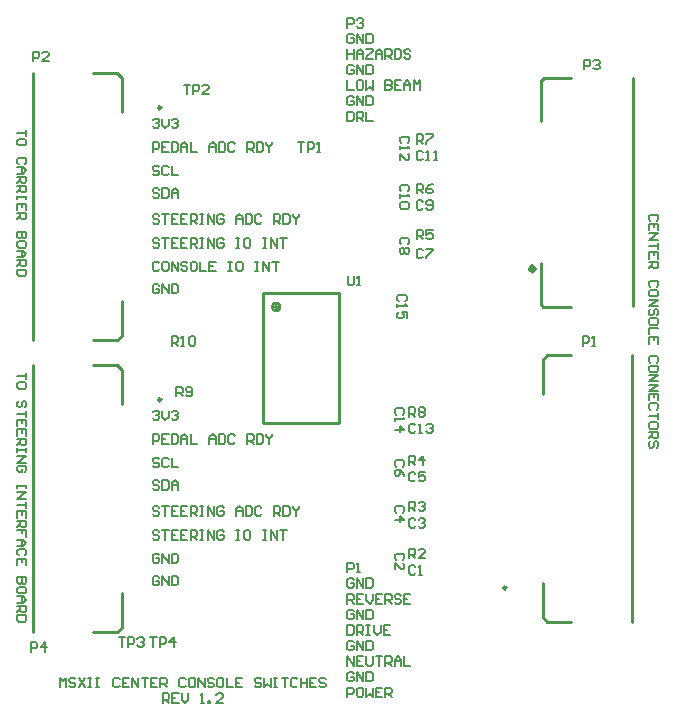
<source format=gto>
G04*
G04 #@! TF.GenerationSoftware,Altium Limited,Altium Designer,18.1.6 (161)*
G04*
G04 Layer_Color=65535*
%FSLAX25Y25*%
%MOIN*%
G70*
G01*
G75*
%ADD10C,0.01000*%
%ADD11C,0.01024*%
%ADD12C,0.01968*%
%ADD13C,0.00591*%
D10*
X100197Y136122D02*
G03*
X100197Y136122I-394J0D01*
G01*
X101124D02*
G03*
X101124Y136122I-1321J0D01*
G01*
X95276Y140847D02*
X120472D01*
X95276Y97342D02*
Y140847D01*
Y97342D02*
X120669D01*
Y140650D01*
X218346Y31103D02*
Y120080D01*
X188583Y107087D02*
Y118504D01*
X190157Y120079D01*
X198031D01*
X190157Y31102D02*
X198031D01*
X188583Y32677D02*
X190157Y31102D01*
X188583Y32677D02*
Y44094D01*
X218583Y136417D02*
Y212598D01*
X189055D02*
X197913D01*
X189055Y136221D02*
X197913D01*
X188071Y137008D02*
Y150787D01*
Y198031D02*
Y211811D01*
X188858Y136221D02*
X189055D01*
X188071Y137008D02*
X188858Y136221D01*
X188071Y211811D02*
X188268D01*
X189055Y212598D01*
X48327Y103642D02*
Y115059D01*
X46752Y116634D02*
X48327Y115059D01*
X38878Y116634D02*
X46752D01*
X38878Y27657D02*
X46752D01*
X48327Y29232D01*
Y40650D01*
X18564Y27657D02*
Y116633D01*
X48327Y200984D02*
Y212402D01*
X46752Y213976D02*
X48327Y212402D01*
X38878Y213976D02*
X46752D01*
X38878Y125000D02*
X46752D01*
X48327Y126575D01*
Y137992D01*
X18564Y124999D02*
Y213976D01*
D11*
X176496Y42520D02*
G03*
X176496Y42520I-512J0D01*
G01*
X61437Y105217D02*
G03*
X61437Y105217I-512J0D01*
G01*
X61437Y202559D02*
G03*
X61437Y202559I-512J0D01*
G01*
D12*
X185717Y148819D02*
G03*
X185717Y148819I-599J0D01*
G01*
D13*
X123551Y47667D02*
Y50816D01*
X125126D01*
X125650Y50291D01*
Y49241D01*
X125126Y48717D01*
X123551D01*
X126700Y47667D02*
X127749D01*
X127225D01*
Y50816D01*
X126700Y50291D01*
X125650Y45095D02*
X125126Y45620D01*
X124076D01*
X123551Y45095D01*
Y42996D01*
X124076Y42472D01*
X125126D01*
X125650Y42996D01*
Y44046D01*
X124601D01*
X126700Y42472D02*
Y45620D01*
X128799Y42472D01*
Y45620D01*
X129848D02*
Y42472D01*
X131423D01*
X131947Y42996D01*
Y45095D01*
X131423Y45620D01*
X129848D01*
X123551Y37276D02*
Y40424D01*
X125126D01*
X125650Y39900D01*
Y38850D01*
X125126Y38326D01*
X123551D01*
X124601D02*
X125650Y37276D01*
X128799Y40424D02*
X126700D01*
Y37276D01*
X128799D01*
X126700Y38850D02*
X127749D01*
X129848Y40424D02*
Y38326D01*
X130898Y37276D01*
X131947Y38326D01*
Y40424D01*
X135096D02*
X132997D01*
Y37276D01*
X135096D01*
X132997Y38850D02*
X134046D01*
X136146Y37276D02*
Y40424D01*
X137720D01*
X138245Y39900D01*
Y38850D01*
X137720Y38326D01*
X136146D01*
X137195D02*
X138245Y37276D01*
X141393Y39900D02*
X140868Y40424D01*
X139819D01*
X139294Y39900D01*
Y39375D01*
X139819Y38850D01*
X140868D01*
X141393Y38326D01*
Y37801D01*
X140868Y37276D01*
X139819D01*
X139294Y37801D01*
X144542Y40424D02*
X142443D01*
Y37276D01*
X144542D01*
X142443Y38850D02*
X143492D01*
X125650Y34704D02*
X125126Y35229D01*
X124076D01*
X123551Y34704D01*
Y32605D01*
X124076Y32080D01*
X125126D01*
X125650Y32605D01*
Y33655D01*
X124601D01*
X126700Y32080D02*
Y35229D01*
X128799Y32080D01*
Y35229D01*
X129848D02*
Y32080D01*
X131423D01*
X131947Y32605D01*
Y34704D01*
X131423Y35229D01*
X129848D01*
X123551Y30033D02*
Y26885D01*
X125126D01*
X125650Y27409D01*
Y29509D01*
X125126Y30033D01*
X123551D01*
X126700Y26885D02*
Y30033D01*
X128274D01*
X128799Y29509D01*
Y28459D01*
X128274Y27934D01*
X126700D01*
X127749D02*
X128799Y26885D01*
X129848Y30033D02*
X130898D01*
X130373D01*
Y26885D01*
X129848D01*
X130898D01*
X132472Y30033D02*
Y27934D01*
X133522Y26885D01*
X134571Y27934D01*
Y30033D01*
X137720D02*
X135621D01*
Y26885D01*
X137720D01*
X135621Y28459D02*
X136670D01*
X125650Y24313D02*
X125126Y24838D01*
X124076D01*
X123551Y24313D01*
Y22214D01*
X124076Y21689D01*
X125126D01*
X125650Y22214D01*
Y23264D01*
X124601D01*
X126700Y21689D02*
Y24838D01*
X128799Y21689D01*
Y24838D01*
X129848D02*
Y21689D01*
X131423D01*
X131947Y22214D01*
Y24313D01*
X131423Y24838D01*
X129848D01*
X123551Y16493D02*
Y19642D01*
X125650Y16493D01*
Y19642D01*
X128799D02*
X126700D01*
Y16493D01*
X128799D01*
X126700Y18068D02*
X127749D01*
X129848Y19642D02*
Y17018D01*
X130373Y16493D01*
X131423D01*
X131947Y17018D01*
Y19642D01*
X132997D02*
X135096D01*
X134046D01*
Y16493D01*
X136146D02*
Y19642D01*
X137720D01*
X138245Y19117D01*
Y18068D01*
X137720Y17543D01*
X136146D01*
X137195D02*
X138245Y16493D01*
X139294D02*
Y18593D01*
X140344Y19642D01*
X141393Y18593D01*
Y16493D01*
Y18068D01*
X139294D01*
X142443Y19642D02*
Y16493D01*
X144542D01*
X125650Y13922D02*
X125126Y14446D01*
X124076D01*
X123551Y13922D01*
Y11823D01*
X124076Y11298D01*
X125126D01*
X125650Y11823D01*
Y12872D01*
X124601D01*
X126700Y11298D02*
Y14446D01*
X128799Y11298D01*
Y14446D01*
X129848D02*
Y11298D01*
X131423D01*
X131947Y11823D01*
Y13922D01*
X131423Y14446D01*
X129848D01*
X123551Y6102D02*
Y9251D01*
X125126D01*
X125650Y8726D01*
Y7677D01*
X125126Y7152D01*
X123551D01*
X128274Y9251D02*
X127225D01*
X126700Y8726D01*
Y6627D01*
X127225Y6102D01*
X128274D01*
X128799Y6627D01*
Y8726D01*
X128274Y9251D01*
X129848D02*
Y6102D01*
X130898Y7152D01*
X131947Y6102D01*
Y9251D01*
X135096D02*
X132997D01*
Y6102D01*
X135096D01*
X132997Y7677D02*
X134046D01*
X136146Y6102D02*
Y9251D01*
X137720D01*
X138245Y8726D01*
Y7677D01*
X137720Y7152D01*
X136146D01*
X137195D02*
X138245Y6102D01*
X27624Y9329D02*
Y12478D01*
X28673Y11428D01*
X29723Y12478D01*
Y9329D01*
X32871Y11953D02*
X32347Y12478D01*
X31297D01*
X30772Y11953D01*
Y11428D01*
X31297Y10904D01*
X32347D01*
X32871Y10379D01*
Y9854D01*
X32347Y9329D01*
X31297D01*
X30772Y9854D01*
X33921Y12478D02*
X36020Y9329D01*
Y12478D02*
X33921Y9329D01*
X37070Y12478D02*
X38119D01*
X37594D01*
Y9329D01*
X37070D01*
X38119D01*
X39693Y12478D02*
X40743D01*
X40218D01*
Y9329D01*
X39693D01*
X40743D01*
X47565Y11953D02*
X47040Y12478D01*
X45991D01*
X45466Y11953D01*
Y9854D01*
X45991Y9329D01*
X47040D01*
X47565Y9854D01*
X50713Y12478D02*
X48614D01*
Y9329D01*
X50713D01*
X48614Y10904D02*
X49664D01*
X51763Y9329D02*
Y12478D01*
X53862Y9329D01*
Y12478D01*
X54912D02*
X57011D01*
X55961D01*
Y9329D01*
X60159Y12478D02*
X58060D01*
Y9329D01*
X60159D01*
X58060Y10904D02*
X59110D01*
X61209Y9329D02*
Y12478D01*
X62783D01*
X63308Y11953D01*
Y10904D01*
X62783Y10379D01*
X61209D01*
X62258D02*
X63308Y9329D01*
X69605Y11953D02*
X69080Y12478D01*
X68031D01*
X67506Y11953D01*
Y9854D01*
X68031Y9329D01*
X69080D01*
X69605Y9854D01*
X72229Y12478D02*
X71179D01*
X70654Y11953D01*
Y9854D01*
X71179Y9329D01*
X72229D01*
X72754Y9854D01*
Y11953D01*
X72229Y12478D01*
X73803Y9329D02*
Y12478D01*
X75902Y9329D01*
Y12478D01*
X79051Y11953D02*
X78526Y12478D01*
X77477D01*
X76952Y11953D01*
Y11428D01*
X77477Y10904D01*
X78526D01*
X79051Y10379D01*
Y9854D01*
X78526Y9329D01*
X77477D01*
X76952Y9854D01*
X81675Y12478D02*
X80625D01*
X80100Y11953D01*
Y9854D01*
X80625Y9329D01*
X81675D01*
X82199Y9854D01*
Y11953D01*
X81675Y12478D01*
X83249D02*
Y9329D01*
X85348D01*
X88497Y12478D02*
X86397D01*
Y9329D01*
X88497D01*
X86397Y10904D02*
X87447D01*
X94794Y11953D02*
X94269Y12478D01*
X93219D01*
X92695Y11953D01*
Y11428D01*
X93219Y10904D01*
X94269D01*
X94794Y10379D01*
Y9854D01*
X94269Y9329D01*
X93219D01*
X92695Y9854D01*
X95843Y12478D02*
Y9329D01*
X96893Y10379D01*
X97942Y9329D01*
Y12478D01*
X98992D02*
X100041D01*
X99517D01*
Y9329D01*
X98992D01*
X100041D01*
X101616Y12478D02*
X103715D01*
X102665D01*
Y9329D01*
X106863Y11953D02*
X106339Y12478D01*
X105289D01*
X104764Y11953D01*
Y9854D01*
X105289Y9329D01*
X106339D01*
X106863Y9854D01*
X107913Y12478D02*
Y9329D01*
Y10904D01*
X110012D01*
Y12478D01*
Y9329D01*
X113161Y12478D02*
X111062D01*
Y9329D01*
X113161D01*
X111062Y10904D02*
X112111D01*
X116309Y11953D02*
X115784Y12478D01*
X114735D01*
X114210Y11953D01*
Y11428D01*
X114735Y10904D01*
X115784D01*
X116309Y10379D01*
Y9854D01*
X115784Y9329D01*
X114735D01*
X114210Y9854D01*
X61996Y4134D02*
Y7282D01*
X63570D01*
X64095Y6758D01*
Y5708D01*
X63570Y5183D01*
X61996D01*
X63046D02*
X64095Y4134D01*
X67244Y7282D02*
X65144D01*
Y4134D01*
X67244D01*
X65144Y5708D02*
X66194D01*
X68293Y7282D02*
Y5183D01*
X69343Y4134D01*
X70392Y5183D01*
Y7282D01*
X74590Y4134D02*
X75640D01*
X75115D01*
Y7282D01*
X74590Y6758D01*
X77214Y4134D02*
Y4659D01*
X77739D01*
Y4134D01*
X77214D01*
X81937D02*
X79838D01*
X81937Y6233D01*
Y6758D01*
X81412Y7282D01*
X80363D01*
X79838Y6758D01*
X123551Y229264D02*
Y232412D01*
X125126D01*
X125650Y231887D01*
Y230838D01*
X125126Y230313D01*
X123551D01*
X126700Y231887D02*
X127225Y232412D01*
X128274D01*
X128799Y231887D01*
Y231363D01*
X128274Y230838D01*
X127749D01*
X128274D01*
X128799Y230313D01*
Y229788D01*
X128274Y229264D01*
X127225D01*
X126700Y229788D01*
X125650Y226692D02*
X125126Y227217D01*
X124076D01*
X123551Y226692D01*
Y224593D01*
X124076Y224068D01*
X125126D01*
X125650Y224593D01*
Y225642D01*
X124601D01*
X126700Y224068D02*
Y227217D01*
X128799Y224068D01*
Y227217D01*
X129848D02*
Y224068D01*
X131423D01*
X131947Y224593D01*
Y226692D01*
X131423Y227217D01*
X129848D01*
X123551Y222021D02*
Y218872D01*
Y220447D01*
X125650D01*
Y222021D01*
Y218872D01*
X126700D02*
Y220971D01*
X127749Y222021D01*
X128799Y220971D01*
Y218872D01*
Y220447D01*
X126700D01*
X129848Y222021D02*
X131947D01*
Y221496D01*
X129848Y219397D01*
Y218872D01*
X131947D01*
X132997D02*
Y220971D01*
X134046Y222021D01*
X135096Y220971D01*
Y218872D01*
Y220447D01*
X132997D01*
X136146Y218872D02*
Y222021D01*
X137720D01*
X138245Y221496D01*
Y220447D01*
X137720Y219922D01*
X136146D01*
X137195D02*
X138245Y218872D01*
X139294Y222021D02*
Y218872D01*
X140868D01*
X141393Y219397D01*
Y221496D01*
X140868Y222021D01*
X139294D01*
X144542Y221496D02*
X144017Y222021D01*
X142967D01*
X142443Y221496D01*
Y220971D01*
X142967Y220447D01*
X144017D01*
X144542Y219922D01*
Y219397D01*
X144017Y218872D01*
X142967D01*
X142443Y219397D01*
X125650Y216301D02*
X125126Y216825D01*
X124076D01*
X123551Y216301D01*
Y214201D01*
X124076Y213677D01*
X125126D01*
X125650Y214201D01*
Y215251D01*
X124601D01*
X126700Y213677D02*
Y216825D01*
X128799Y213677D01*
Y216825D01*
X129848D02*
Y213677D01*
X131423D01*
X131947Y214201D01*
Y216301D01*
X131423Y216825D01*
X129848D01*
X123551Y211630D02*
Y208481D01*
X125650D01*
X128274Y211630D02*
X127225D01*
X126700Y211105D01*
Y209006D01*
X127225Y208481D01*
X128274D01*
X128799Y209006D01*
Y211105D01*
X128274Y211630D01*
X129848D02*
Y208481D01*
X130898Y209531D01*
X131947Y208481D01*
Y211630D01*
X136146D02*
Y208481D01*
X137720D01*
X138245Y209006D01*
Y209531D01*
X137720Y210055D01*
X136146D01*
X137720D01*
X138245Y210580D01*
Y211105D01*
X137720Y211630D01*
X136146D01*
X141393D02*
X139294D01*
Y208481D01*
X141393D01*
X139294Y210055D02*
X140344D01*
X142443Y208481D02*
Y210580D01*
X143492Y211630D01*
X144542Y210580D01*
Y208481D01*
Y210055D01*
X142443D01*
X145591Y208481D02*
Y211630D01*
X146641Y210580D01*
X147690Y211630D01*
Y208481D01*
X125650Y205909D02*
X125126Y206434D01*
X124076D01*
X123551Y205909D01*
Y203810D01*
X124076Y203286D01*
X125126D01*
X125650Y203810D01*
Y204860D01*
X124601D01*
X126700Y203286D02*
Y206434D01*
X128799Y203286D01*
Y206434D01*
X129848D02*
Y203286D01*
X131423D01*
X131947Y203810D01*
Y205909D01*
X131423Y206434D01*
X129848D01*
X123551Y201239D02*
Y198090D01*
X125126D01*
X125650Y198615D01*
Y200714D01*
X125126Y201239D01*
X123551D01*
X126700Y198090D02*
Y201239D01*
X128274D01*
X128799Y200714D01*
Y199664D01*
X128274Y199139D01*
X126700D01*
X127749D02*
X128799Y198090D01*
X129848Y201239D02*
Y198090D01*
X131947D01*
X68898Y210235D02*
X70997D01*
X69947D01*
Y207087D01*
X72046D02*
Y210235D01*
X73620D01*
X74145Y209710D01*
Y208661D01*
X73620Y208136D01*
X72046D01*
X77294Y207087D02*
X75195D01*
X77294Y209186D01*
Y209710D01*
X76769Y210235D01*
X75720D01*
X75195Y209710D01*
X107087Y190968D02*
X109186D01*
X108136D01*
Y187819D01*
X110235D02*
Y190968D01*
X111810D01*
X112334Y190443D01*
Y189393D01*
X111810Y188868D01*
X110235D01*
X113384Y187819D02*
X114433D01*
X113909D01*
Y190968D01*
X113384Y190443D01*
X123622Y146456D02*
Y143832D01*
X124147Y143307D01*
X125196D01*
X125721Y143832D01*
Y146456D01*
X126771Y143307D02*
X127820D01*
X127295D01*
Y146456D01*
X126771Y145931D01*
X60760Y143273D02*
X60236Y143798D01*
X59186D01*
X58661Y143273D01*
Y141174D01*
X59186Y140650D01*
X60236D01*
X60760Y141174D01*
Y142224D01*
X59711D01*
X61810Y140650D02*
Y143798D01*
X63909Y140650D01*
Y143798D01*
X64959D02*
Y140650D01*
X66533D01*
X67058Y141174D01*
Y143273D01*
X66533Y143798D01*
X64959D01*
X60760Y150754D02*
X60236Y151278D01*
X59186D01*
X58661Y150754D01*
Y148655D01*
X59186Y148130D01*
X60236D01*
X60760Y148655D01*
X63384Y151278D02*
X62335D01*
X61810Y150754D01*
Y148655D01*
X62335Y148130D01*
X63384D01*
X63909Y148655D01*
Y150754D01*
X63384Y151278D01*
X64959Y148130D02*
Y151278D01*
X67058Y148130D01*
Y151278D01*
X70206Y150754D02*
X69682Y151278D01*
X68632D01*
X68107Y150754D01*
Y150229D01*
X68632Y149704D01*
X69682D01*
X70206Y149179D01*
Y148655D01*
X69682Y148130D01*
X68632D01*
X68107Y148655D01*
X72830Y151278D02*
X71781D01*
X71256Y150754D01*
Y148655D01*
X71781Y148130D01*
X72830D01*
X73355Y148655D01*
Y150754D01*
X72830Y151278D01*
X74404D02*
Y148130D01*
X76503D01*
X79652Y151278D02*
X77553D01*
Y148130D01*
X79652D01*
X77553Y149704D02*
X78602D01*
X83850Y151278D02*
X84900D01*
X84375D01*
Y148130D01*
X83850D01*
X84900D01*
X88048Y151278D02*
X86999D01*
X86474Y150754D01*
Y148655D01*
X86999Y148130D01*
X88048D01*
X88573Y148655D01*
Y150754D01*
X88048Y151278D01*
X92771D02*
X93821D01*
X93296D01*
Y148130D01*
X92771D01*
X93821D01*
X95395D02*
Y151278D01*
X97494Y148130D01*
Y151278D01*
X98544D02*
X100643D01*
X99593D01*
Y148130D01*
X60760Y158529D02*
X60236Y159054D01*
X59186D01*
X58661Y158529D01*
Y158005D01*
X59186Y157480D01*
X60236D01*
X60760Y156955D01*
Y156430D01*
X60236Y155905D01*
X59186D01*
X58661Y156430D01*
X61810Y159054D02*
X63909D01*
X62859D01*
Y155905D01*
X67058Y159054D02*
X64959D01*
Y155905D01*
X67058D01*
X64959Y157480D02*
X66008D01*
X70206Y159054D02*
X68107D01*
Y155905D01*
X70206D01*
X68107Y157480D02*
X69157D01*
X71256Y155905D02*
Y159054D01*
X72830D01*
X73355Y158529D01*
Y157480D01*
X72830Y156955D01*
X71256D01*
X72305D02*
X73355Y155905D01*
X74404Y159054D02*
X75454D01*
X74929D01*
Y155905D01*
X74404D01*
X75454D01*
X77028D02*
Y159054D01*
X79127Y155905D01*
Y159054D01*
X82276Y158529D02*
X81751Y159054D01*
X80702D01*
X80177Y158529D01*
Y156430D01*
X80702Y155905D01*
X81751D01*
X82276Y156430D01*
Y157480D01*
X81226D01*
X86474Y159054D02*
X87524D01*
X86999D01*
Y155905D01*
X86474D01*
X87524D01*
X90672Y159054D02*
X89623D01*
X89098Y158529D01*
Y156430D01*
X89623Y155905D01*
X90672D01*
X91197Y156430D01*
Y158529D01*
X90672Y159054D01*
X95395D02*
X96444D01*
X95920D01*
Y155905D01*
X95395D01*
X96444D01*
X98019D02*
Y159054D01*
X100118Y155905D01*
Y159054D01*
X101167D02*
X103267D01*
X102217D01*
Y155905D01*
X60760Y166502D02*
X60236Y167026D01*
X59186D01*
X58661Y166502D01*
Y165977D01*
X59186Y165452D01*
X60236D01*
X60760Y164927D01*
Y164403D01*
X60236Y163878D01*
X59186D01*
X58661Y164403D01*
X61810Y167026D02*
X63909D01*
X62859D01*
Y163878D01*
X67058Y167026D02*
X64959D01*
Y163878D01*
X67058D01*
X64959Y165452D02*
X66008D01*
X70206Y167026D02*
X68107D01*
Y163878D01*
X70206D01*
X68107Y165452D02*
X69157D01*
X71256Y163878D02*
Y167026D01*
X72830D01*
X73355Y166502D01*
Y165452D01*
X72830Y164927D01*
X71256D01*
X72305D02*
X73355Y163878D01*
X74404Y167026D02*
X75454D01*
X74929D01*
Y163878D01*
X74404D01*
X75454D01*
X77028D02*
Y167026D01*
X79127Y163878D01*
Y167026D01*
X82276Y166502D02*
X81751Y167026D01*
X80702D01*
X80177Y166502D01*
Y164403D01*
X80702Y163878D01*
X81751D01*
X82276Y164403D01*
Y165452D01*
X81226D01*
X86474Y163878D02*
Y165977D01*
X87524Y167026D01*
X88573Y165977D01*
Y163878D01*
Y165452D01*
X86474D01*
X89623Y167026D02*
Y163878D01*
X91197D01*
X91722Y164403D01*
Y166502D01*
X91197Y167026D01*
X89623D01*
X94870Y166502D02*
X94345Y167026D01*
X93296D01*
X92771Y166502D01*
Y164403D01*
X93296Y163878D01*
X94345D01*
X94870Y164403D01*
X99068Y163878D02*
Y167026D01*
X100643D01*
X101167Y166502D01*
Y165452D01*
X100643Y164927D01*
X99068D01*
X100118D02*
X101167Y163878D01*
X102217Y167026D02*
Y163878D01*
X103791D01*
X104316Y164403D01*
Y166502D01*
X103791Y167026D01*
X102217D01*
X105366D02*
Y166502D01*
X106415Y165452D01*
X107465Y166502D01*
Y167026D01*
X106415Y165452D02*
Y163878D01*
X60760Y175163D02*
X60236Y175688D01*
X59186D01*
X58661Y175163D01*
Y174638D01*
X59186Y174114D01*
X60236D01*
X60760Y173589D01*
Y173064D01*
X60236Y172539D01*
X59186D01*
X58661Y173064D01*
X61810Y175688D02*
Y172539D01*
X63384D01*
X63909Y173064D01*
Y175163D01*
X63384Y175688D01*
X61810D01*
X64959Y172539D02*
Y174638D01*
X66008Y175688D01*
X67058Y174638D01*
Y172539D01*
Y174114D01*
X64959D01*
X60760Y182643D02*
X60236Y183168D01*
X59186D01*
X58661Y182643D01*
Y182119D01*
X59186Y181594D01*
X60236D01*
X60760Y181069D01*
Y180544D01*
X60236Y180020D01*
X59186D01*
X58661Y180544D01*
X63909Y182643D02*
X63384Y183168D01*
X62335D01*
X61810Y182643D01*
Y180544D01*
X62335Y180020D01*
X63384D01*
X63909Y180544D01*
X64959Y183168D02*
Y180020D01*
X67058D01*
X58661Y187894D02*
Y191042D01*
X60236D01*
X60760Y190517D01*
Y189468D01*
X60236Y188943D01*
X58661D01*
X63909Y191042D02*
X61810D01*
Y187894D01*
X63909D01*
X61810Y189468D02*
X62859D01*
X64959Y191042D02*
Y187894D01*
X66533D01*
X67058Y188418D01*
Y190517D01*
X66533Y191042D01*
X64959D01*
X68107Y187894D02*
Y189993D01*
X69157Y191042D01*
X70206Y189993D01*
Y187894D01*
Y189468D01*
X68107D01*
X71256Y191042D02*
Y187894D01*
X73355D01*
X77553D02*
Y189993D01*
X78602Y191042D01*
X79652Y189993D01*
Y187894D01*
Y189468D01*
X77553D01*
X80702Y191042D02*
Y187894D01*
X82276D01*
X82801Y188418D01*
Y190517D01*
X82276Y191042D01*
X80702D01*
X85949Y190517D02*
X85424Y191042D01*
X84375D01*
X83850Y190517D01*
Y188418D01*
X84375Y187894D01*
X85424D01*
X85949Y188418D01*
X90147Y187894D02*
Y191042D01*
X91722D01*
X92246Y190517D01*
Y189468D01*
X91722Y188943D01*
X90147D01*
X91197D02*
X92246Y187894D01*
X93296Y191042D02*
Y187894D01*
X94870D01*
X95395Y188418D01*
Y190517D01*
X94870Y191042D01*
X93296D01*
X96444D02*
Y190517D01*
X97494Y189468D01*
X98544Y190517D01*
Y191042D01*
X97494Y189468D02*
Y187894D01*
X58661Y198391D02*
X59186Y198916D01*
X60236D01*
X60760Y198391D01*
Y197867D01*
X60236Y197342D01*
X59711D01*
X60236D01*
X60760Y196817D01*
Y196292D01*
X60236Y195768D01*
X59186D01*
X58661Y196292D01*
X61810Y198916D02*
Y196817D01*
X62859Y195768D01*
X63909Y196817D01*
Y198916D01*
X64959Y198391D02*
X65483Y198916D01*
X66533D01*
X67058Y198391D01*
Y197867D01*
X66533Y197342D01*
X66008D01*
X66533D01*
X67058Y196817D01*
Y196292D01*
X66533Y195768D01*
X65483D01*
X64959Y196292D01*
X58661Y101049D02*
X59186Y101574D01*
X60236D01*
X60760Y101049D01*
Y100524D01*
X60236Y99999D01*
X59711D01*
X60236D01*
X60760Y99475D01*
Y98950D01*
X60236Y98425D01*
X59186D01*
X58661Y98950D01*
X61810Y101574D02*
Y99475D01*
X62859Y98425D01*
X63909Y99475D01*
Y101574D01*
X64959Y101049D02*
X65483Y101574D01*
X66533D01*
X67058Y101049D01*
Y100524D01*
X66533Y99999D01*
X66008D01*
X66533D01*
X67058Y99475D01*
Y98950D01*
X66533Y98425D01*
X65483D01*
X64959Y98950D01*
X58661Y90551D02*
Y93700D01*
X60236D01*
X60760Y93175D01*
Y92125D01*
X60236Y91601D01*
X58661D01*
X63909Y93700D02*
X61810D01*
Y90551D01*
X63909D01*
X61810Y92125D02*
X62859D01*
X64959Y93700D02*
Y90551D01*
X66533D01*
X67058Y91076D01*
Y93175D01*
X66533Y93700D01*
X64959D01*
X68107Y90551D02*
Y92650D01*
X69157Y93700D01*
X70206Y92650D01*
Y90551D01*
Y92125D01*
X68107D01*
X71256Y93700D02*
Y90551D01*
X73355D01*
X77553D02*
Y92650D01*
X78602Y93700D01*
X79652Y92650D01*
Y90551D01*
Y92125D01*
X77553D01*
X80702Y93700D02*
Y90551D01*
X82276D01*
X82801Y91076D01*
Y93175D01*
X82276Y93700D01*
X80702D01*
X85949Y93175D02*
X85424Y93700D01*
X84375D01*
X83850Y93175D01*
Y91076D01*
X84375Y90551D01*
X85424D01*
X85949Y91076D01*
X90147Y90551D02*
Y93700D01*
X91722D01*
X92246Y93175D01*
Y92125D01*
X91722Y91601D01*
X90147D01*
X91197D02*
X92246Y90551D01*
X93296Y93700D02*
Y90551D01*
X94870D01*
X95395Y91076D01*
Y93175D01*
X94870Y93700D01*
X93296D01*
X96444D02*
Y93175D01*
X97494Y92125D01*
X98544Y93175D01*
Y93700D01*
X97494Y92125D02*
Y90551D01*
X60760Y85301D02*
X60236Y85826D01*
X59186D01*
X58661Y85301D01*
Y84776D01*
X59186Y84251D01*
X60236D01*
X60760Y83727D01*
Y83202D01*
X60236Y82677D01*
X59186D01*
X58661Y83202D01*
X63909Y85301D02*
X63384Y85826D01*
X62335D01*
X61810Y85301D01*
Y83202D01*
X62335Y82677D01*
X63384D01*
X63909Y83202D01*
X64959Y85826D02*
Y82677D01*
X67058D01*
X60760Y77821D02*
X60236Y78345D01*
X59186D01*
X58661Y77821D01*
Y77296D01*
X59186Y76771D01*
X60236D01*
X60760Y76246D01*
Y75722D01*
X60236Y75197D01*
X59186D01*
X58661Y75722D01*
X61810Y78345D02*
Y75197D01*
X63384D01*
X63909Y75722D01*
Y77821D01*
X63384Y78345D01*
X61810D01*
X64959Y75197D02*
Y77296D01*
X66008Y78345D01*
X67058Y77296D01*
Y75197D01*
Y76771D01*
X64959D01*
X60760Y69159D02*
X60236Y69684D01*
X59186D01*
X58661Y69159D01*
Y68634D01*
X59186Y68110D01*
X60236D01*
X60760Y67585D01*
Y67060D01*
X60236Y66535D01*
X59186D01*
X58661Y67060D01*
X61810Y69684D02*
X63909D01*
X62859D01*
Y66535D01*
X67058Y69684D02*
X64959D01*
Y66535D01*
X67058D01*
X64959Y68110D02*
X66008D01*
X70206Y69684D02*
X68107D01*
Y66535D01*
X70206D01*
X68107Y68110D02*
X69157D01*
X71256Y66535D02*
Y69684D01*
X72830D01*
X73355Y69159D01*
Y68110D01*
X72830Y67585D01*
X71256D01*
X72305D02*
X73355Y66535D01*
X74404Y69684D02*
X75454D01*
X74929D01*
Y66535D01*
X74404D01*
X75454D01*
X77028D02*
Y69684D01*
X79127Y66535D01*
Y69684D01*
X82276Y69159D02*
X81751Y69684D01*
X80702D01*
X80177Y69159D01*
Y67060D01*
X80702Y66535D01*
X81751D01*
X82276Y67060D01*
Y68110D01*
X81226D01*
X86474Y66535D02*
Y68634D01*
X87524Y69684D01*
X88573Y68634D01*
Y66535D01*
Y68110D01*
X86474D01*
X89623Y69684D02*
Y66535D01*
X91197D01*
X91722Y67060D01*
Y69159D01*
X91197Y69684D01*
X89623D01*
X94870Y69159D02*
X94345Y69684D01*
X93296D01*
X92771Y69159D01*
Y67060D01*
X93296Y66535D01*
X94345D01*
X94870Y67060D01*
X99068Y66535D02*
Y69684D01*
X100643D01*
X101167Y69159D01*
Y68110D01*
X100643Y67585D01*
X99068D01*
X100118D02*
X101167Y66535D01*
X102217Y69684D02*
Y66535D01*
X103791D01*
X104316Y67060D01*
Y69159D01*
X103791Y69684D01*
X102217D01*
X105366D02*
Y69159D01*
X106415Y68110D01*
X107465Y69159D01*
Y69684D01*
X106415Y68110D02*
Y66535D01*
X60760Y61187D02*
X60236Y61712D01*
X59186D01*
X58661Y61187D01*
Y60662D01*
X59186Y60137D01*
X60236D01*
X60760Y59613D01*
Y59088D01*
X60236Y58563D01*
X59186D01*
X58661Y59088D01*
X61810Y61712D02*
X63909D01*
X62859D01*
Y58563D01*
X67058Y61712D02*
X64959D01*
Y58563D01*
X67058D01*
X64959Y60137D02*
X66008D01*
X70206Y61712D02*
X68107D01*
Y58563D01*
X70206D01*
X68107Y60137D02*
X69157D01*
X71256Y58563D02*
Y61712D01*
X72830D01*
X73355Y61187D01*
Y60137D01*
X72830Y59613D01*
X71256D01*
X72305D02*
X73355Y58563D01*
X74404Y61712D02*
X75454D01*
X74929D01*
Y58563D01*
X74404D01*
X75454D01*
X77028D02*
Y61712D01*
X79127Y58563D01*
Y61712D01*
X82276Y61187D02*
X81751Y61712D01*
X80702D01*
X80177Y61187D01*
Y59088D01*
X80702Y58563D01*
X81751D01*
X82276Y59088D01*
Y60137D01*
X81226D01*
X86474Y61712D02*
X87524D01*
X86999D01*
Y58563D01*
X86474D01*
X87524D01*
X90672Y61712D02*
X89623D01*
X89098Y61187D01*
Y59088D01*
X89623Y58563D01*
X90672D01*
X91197Y59088D01*
Y61187D01*
X90672Y61712D01*
X95395D02*
X96444D01*
X95920D01*
Y58563D01*
X95395D01*
X96444D01*
X98019D02*
Y61712D01*
X100118Y58563D01*
Y61712D01*
X101167D02*
X103267D01*
X102217D01*
Y58563D01*
X60760Y53411D02*
X60236Y53936D01*
X59186D01*
X58661Y53411D01*
Y51312D01*
X59186Y50787D01*
X60236D01*
X60760Y51312D01*
Y52362D01*
X59711D01*
X61810Y50787D02*
Y53936D01*
X63909Y50787D01*
Y53936D01*
X64959D02*
Y50787D01*
X66533D01*
X67058Y51312D01*
Y53411D01*
X66533Y53936D01*
X64959D01*
X60760Y45931D02*
X60236Y46456D01*
X59186D01*
X58661Y45931D01*
Y43832D01*
X59186Y43307D01*
X60236D01*
X60760Y43832D01*
Y44881D01*
X59711D01*
X61810Y43307D02*
Y46456D01*
X63909Y43307D01*
Y46456D01*
X64959D02*
Y43307D01*
X66533D01*
X67058Y43832D01*
Y45931D01*
X66533Y46456D01*
X64959D01*
X16534Y195276D02*
Y193176D01*
Y194226D01*
X13386D01*
X16534Y190553D02*
Y191602D01*
X16010Y192127D01*
X13911D01*
X13386Y191602D01*
Y190553D01*
X13911Y190028D01*
X16010D01*
X16534Y190553D01*
X16010Y183731D02*
X16534Y184256D01*
Y185305D01*
X16010Y185830D01*
X13911D01*
X13386Y185305D01*
Y184256D01*
X13911Y183731D01*
X13386Y182681D02*
X15485D01*
X16534Y181632D01*
X15485Y180582D01*
X13386D01*
X14960D01*
Y182681D01*
X13386Y179533D02*
X16534D01*
Y177958D01*
X16010Y177434D01*
X14960D01*
X14435Y177958D01*
Y179533D01*
Y178483D02*
X13386Y177434D01*
Y176384D02*
X16534D01*
Y174810D01*
X16010Y174285D01*
X14960D01*
X14435Y174810D01*
Y176384D01*
Y175335D02*
X13386Y174285D01*
X16534Y173235D02*
Y172186D01*
Y172711D01*
X13386D01*
Y173235D01*
Y172186D01*
X16534Y168513D02*
Y170612D01*
X13386D01*
Y168513D01*
X14960Y170612D02*
Y169562D01*
X13386Y167463D02*
X16534D01*
Y165889D01*
X16010Y165364D01*
X14960D01*
X14435Y165889D01*
Y167463D01*
Y166413D02*
X13386Y165364D01*
X16534Y161166D02*
X13386D01*
Y159592D01*
X13911Y159067D01*
X14435D01*
X14960Y159592D01*
Y161166D01*
Y159592D01*
X15485Y159067D01*
X16010D01*
X16534Y159592D01*
Y161166D01*
Y156443D02*
Y157492D01*
X16010Y158017D01*
X13911D01*
X13386Y157492D01*
Y156443D01*
X13911Y155918D01*
X16010D01*
X16534Y156443D01*
X13386Y154869D02*
X15485D01*
X16534Y153819D01*
X15485Y152770D01*
X13386D01*
X14960D01*
Y154869D01*
X13386Y151720D02*
X16534D01*
Y150146D01*
X16010Y149621D01*
X14960D01*
X14435Y150146D01*
Y151720D01*
Y150671D02*
X13386Y149621D01*
X16534Y148572D02*
X13386D01*
Y146997D01*
X13911Y146472D01*
X16010D01*
X16534Y146997D01*
Y148572D01*
X226640Y164830D02*
X227164Y165355D01*
Y166404D01*
X226640Y166929D01*
X224540D01*
X224016Y166404D01*
Y165355D01*
X224540Y164830D01*
X227164Y161681D02*
Y163780D01*
X224016D01*
Y161681D01*
X225590Y163780D02*
Y162731D01*
X224016Y160632D02*
X227164D01*
X224016Y158533D01*
X227164D01*
Y157483D02*
Y155384D01*
Y156434D01*
X224016D01*
X227164Y152236D02*
Y154335D01*
X224016D01*
Y152236D01*
X225590Y154335D02*
Y153285D01*
X224016Y151186D02*
X227164D01*
Y149612D01*
X226640Y149087D01*
X225590D01*
X225065Y149612D01*
Y151186D01*
Y150137D02*
X224016Y149087D01*
X226640Y142790D02*
X227164Y143315D01*
Y144364D01*
X226640Y144889D01*
X224540D01*
X224016Y144364D01*
Y143315D01*
X224540Y142790D01*
X227164Y140166D02*
Y141216D01*
X226640Y141740D01*
X224540D01*
X224016Y141216D01*
Y140166D01*
X224540Y139641D01*
X226640D01*
X227164Y140166D01*
X224016Y138592D02*
X227164D01*
X224016Y136493D01*
X227164D01*
X226640Y133344D02*
X227164Y133869D01*
Y134918D01*
X226640Y135443D01*
X226115D01*
X225590Y134918D01*
Y133869D01*
X225065Y133344D01*
X224540D01*
X224016Y133869D01*
Y134918D01*
X224540Y135443D01*
X227164Y130720D02*
Y131770D01*
X226640Y132295D01*
X224540D01*
X224016Y131770D01*
Y130720D01*
X224540Y130196D01*
X226640D01*
X227164Y130720D01*
Y129146D02*
X224016D01*
Y127047D01*
X227164Y123898D02*
Y125997D01*
X224016D01*
Y123898D01*
X225590Y125997D02*
Y124948D01*
X226640Y117601D02*
X227164Y118126D01*
Y119176D01*
X226640Y119700D01*
X224540D01*
X224016Y119176D01*
Y118126D01*
X224540Y117601D01*
X227164Y114977D02*
Y116027D01*
X226640Y116552D01*
X224540D01*
X224016Y116027D01*
Y114977D01*
X224540Y114453D01*
X226640D01*
X227164Y114977D01*
X224016Y113403D02*
X227164D01*
X224016Y111304D01*
X227164D01*
X224016Y110255D02*
X227164D01*
X224016Y108155D01*
X227164D01*
Y105007D02*
Y107106D01*
X224016D01*
Y105007D01*
X225590Y107106D02*
Y106056D01*
X226640Y101858D02*
X227164Y102383D01*
Y103433D01*
X226640Y103957D01*
X224540D01*
X224016Y103433D01*
Y102383D01*
X224540Y101858D01*
X227164Y100809D02*
Y98710D01*
Y99759D01*
X224016D01*
X227164Y96086D02*
Y97135D01*
X226640Y97660D01*
X224540D01*
X224016Y97135D01*
Y96086D01*
X224540Y95561D01*
X226640D01*
X227164Y96086D01*
X224016Y94512D02*
X227164D01*
Y92937D01*
X226640Y92413D01*
X225590D01*
X225065Y92937D01*
Y94512D01*
Y93462D02*
X224016Y92413D01*
X226640Y89264D02*
X227164Y89789D01*
Y90838D01*
X226640Y91363D01*
X226115D01*
X225590Y90838D01*
Y89789D01*
X225065Y89264D01*
X224540D01*
X224016Y89789D01*
Y90838D01*
X224540Y91363D01*
X16534Y114173D02*
Y112074D01*
Y113124D01*
X13386D01*
X16534Y109450D02*
Y110500D01*
X16010Y111025D01*
X13911D01*
X13386Y110500D01*
Y109450D01*
X13911Y108926D01*
X16010D01*
X16534Y109450D01*
X16010Y102628D02*
X16534Y103153D01*
Y104203D01*
X16010Y104727D01*
X15485D01*
X14960Y104203D01*
Y103153D01*
X14435Y102628D01*
X13911D01*
X13386Y103153D01*
Y104203D01*
X13911Y104727D01*
X16534Y101579D02*
Y99480D01*
Y100529D01*
X13386D01*
X16534Y96331D02*
Y98430D01*
X13386D01*
Y96331D01*
X14960Y98430D02*
Y97381D01*
X16534Y93183D02*
Y95282D01*
X13386D01*
Y93183D01*
X14960Y95282D02*
Y94232D01*
X13386Y92133D02*
X16534D01*
Y90559D01*
X16010Y90034D01*
X14960D01*
X14435Y90559D01*
Y92133D01*
Y91084D02*
X13386Y90034D01*
X16534Y88985D02*
Y87935D01*
Y88460D01*
X13386D01*
Y88985D01*
Y87935D01*
Y86361D02*
X16534D01*
X13386Y84262D01*
X16534D01*
X16010Y81113D02*
X16534Y81638D01*
Y82687D01*
X16010Y83212D01*
X13911D01*
X13386Y82687D01*
Y81638D01*
X13911Y81113D01*
X14960D01*
Y82163D01*
X16534Y76915D02*
Y75865D01*
Y76390D01*
X13386D01*
Y76915D01*
Y75865D01*
Y74291D02*
X16534D01*
X13386Y72192D01*
X16534D01*
Y71143D02*
Y69043D01*
Y70093D01*
X13386D01*
X16534Y65895D02*
Y67994D01*
X13386D01*
Y65895D01*
X14960Y67994D02*
Y66944D01*
X13386Y64845D02*
X16534D01*
Y63271D01*
X16010Y62746D01*
X14960D01*
X14435Y63271D01*
Y64845D01*
Y63796D02*
X13386Y62746D01*
X16534Y59598D02*
Y61697D01*
X14960D01*
Y60647D01*
Y61697D01*
X13386D01*
Y58548D02*
X15485D01*
X16534Y57499D01*
X15485Y56449D01*
X13386D01*
X14960D01*
Y58548D01*
X16010Y53300D02*
X16534Y53825D01*
Y54875D01*
X16010Y55400D01*
X13911D01*
X13386Y54875D01*
Y53825D01*
X13911Y53300D01*
X16534Y50152D02*
Y52251D01*
X13386D01*
Y50152D01*
X14960Y52251D02*
Y51201D01*
X16534Y45954D02*
X13386D01*
Y44379D01*
X13911Y43855D01*
X14435D01*
X14960Y44379D01*
Y45954D01*
Y44379D01*
X15485Y43855D01*
X16010D01*
X16534Y44379D01*
Y45954D01*
Y41231D02*
Y42280D01*
X16010Y42805D01*
X13911D01*
X13386Y42280D01*
Y41231D01*
X13911Y40706D01*
X16010D01*
X16534Y41231D01*
X13386Y39657D02*
X15485D01*
X16534Y38607D01*
X15485Y37558D01*
X13386D01*
X14960D01*
Y39657D01*
X13386Y36508D02*
X16534D01*
Y34934D01*
X16010Y34409D01*
X14960D01*
X14435Y34934D01*
Y36508D01*
Y35458D02*
X13386Y34409D01*
X16534Y33359D02*
X13386D01*
Y31785D01*
X13911Y31260D01*
X16010D01*
X16534Y31785D01*
Y33359D01*
X57838Y25983D02*
X59938D01*
X58888D01*
Y22835D01*
X60987D02*
Y25983D01*
X62561D01*
X63086Y25458D01*
Y24409D01*
X62561Y23884D01*
X60987D01*
X65710Y22835D02*
Y25983D01*
X64136Y24409D01*
X66235D01*
X47244Y25983D02*
X49343D01*
X48294D01*
Y22835D01*
X50393D02*
Y25983D01*
X51967D01*
X52492Y25458D01*
Y24409D01*
X51967Y23884D01*
X50393D01*
X53541Y25458D02*
X54066Y25983D01*
X55116D01*
X55640Y25458D01*
Y24934D01*
X55116Y24409D01*
X54591D01*
X55116D01*
X55640Y23884D01*
Y23359D01*
X55116Y22835D01*
X54066D01*
X53541Y23359D01*
X66535Y106299D02*
Y109448D01*
X68110D01*
X68634Y108923D01*
Y107873D01*
X68110Y107349D01*
X66535D01*
X67585D02*
X68634Y106299D01*
X69684Y106824D02*
X70209Y106299D01*
X71258D01*
X71783Y106824D01*
Y108923D01*
X71258Y109448D01*
X70209D01*
X69684Y108923D01*
Y108398D01*
X70209Y107873D01*
X71783D01*
X144095Y99508D02*
Y102656D01*
X145669D01*
X146194Y102132D01*
Y101082D01*
X145669Y100557D01*
X144095D01*
X145144D02*
X146194Y99508D01*
X147243Y102132D02*
X147768Y102656D01*
X148817D01*
X149342Y102132D01*
Y101607D01*
X148817Y101082D01*
X149342Y100557D01*
Y100033D01*
X148817Y99508D01*
X147768D01*
X147243Y100033D01*
Y100557D01*
X147768Y101082D01*
X147243Y101607D01*
Y102132D01*
X147768Y101082D02*
X148817D01*
X146653Y190551D02*
Y193700D01*
X148228D01*
X148753Y193175D01*
Y192125D01*
X148228Y191601D01*
X146653D01*
X147703D02*
X148753Y190551D01*
X149802Y193700D02*
X151901D01*
Y193175D01*
X149802Y191076D01*
Y190551D01*
X146653Y174016D02*
Y177164D01*
X148228D01*
X148753Y176640D01*
Y175590D01*
X148228Y175065D01*
X146653D01*
X147703D02*
X148753Y174016D01*
X151901Y177164D02*
X150852Y176640D01*
X149802Y175590D01*
Y174540D01*
X150327Y174016D01*
X151376D01*
X151901Y174540D01*
Y175065D01*
X151376Y175590D01*
X149802D01*
X146653Y158661D02*
Y161810D01*
X148228D01*
X148753Y161285D01*
Y160236D01*
X148228Y159711D01*
X146653D01*
X147703D02*
X148753Y158661D01*
X151901Y161810D02*
X149802D01*
Y160236D01*
X150852Y160760D01*
X151376D01*
X151901Y160236D01*
Y159186D01*
X151376Y158661D01*
X150327D01*
X149802Y159186D01*
X144095Y83465D02*
Y86613D01*
X145669D01*
X146194Y86088D01*
Y85039D01*
X145669Y84514D01*
X144095D01*
X145144D02*
X146194Y83465D01*
X148817D02*
Y86613D01*
X147243Y85039D01*
X149342D01*
X144095Y68110D02*
Y71259D01*
X145669D01*
X146194Y70734D01*
Y69684D01*
X145669Y69160D01*
X144095D01*
X145144D02*
X146194Y68110D01*
X147243Y70734D02*
X147768Y71259D01*
X148817D01*
X149342Y70734D01*
Y70209D01*
X148817Y69684D01*
X148293D01*
X148817D01*
X149342Y69160D01*
Y68635D01*
X148817Y68110D01*
X147768D01*
X147243Y68635D01*
X144095Y52362D02*
Y55511D01*
X145669D01*
X146194Y54986D01*
Y53936D01*
X145669Y53412D01*
X144095D01*
X145144D02*
X146194Y52362D01*
X149342D02*
X147243D01*
X149342Y54461D01*
Y54986D01*
X148817Y55511D01*
X147768D01*
X147243Y54986D01*
X202362Y215354D02*
Y218503D01*
X203937D01*
X204461Y217978D01*
Y216929D01*
X203937Y216404D01*
X202362D01*
X205511Y217978D02*
X206036Y218503D01*
X207085D01*
X207610Y217978D01*
Y217453D01*
X207085Y216929D01*
X206560D01*
X207085D01*
X207610Y216404D01*
Y215879D01*
X207085Y215354D01*
X206036D01*
X205511Y215879D01*
X18700Y218100D02*
Y221249D01*
X20274D01*
X20799Y220724D01*
Y219674D01*
X20274Y219149D01*
X18700D01*
X23948Y218100D02*
X21849D01*
X23948Y220199D01*
Y220724D01*
X23423Y221249D01*
X22373D01*
X21849Y220724D01*
X201969Y123228D02*
Y126377D01*
X203543D01*
X204068Y125852D01*
Y124803D01*
X203543Y124278D01*
X201969D01*
X205117Y123228D02*
X206167D01*
X205642D01*
Y126377D01*
X205117Y125852D01*
X142781Y138058D02*
X143306Y138583D01*
Y139633D01*
X142781Y140157D01*
X140682D01*
X140157Y139633D01*
Y138583D01*
X140682Y138058D01*
X140157Y137009D02*
Y135959D01*
Y136484D01*
X143306D01*
X142781Y137009D01*
X143306Y132286D02*
Y134385D01*
X141732D01*
X142256Y133335D01*
Y132811D01*
X141732Y132286D01*
X140682D01*
X140157Y132811D01*
Y133860D01*
X140682Y134385D01*
X141994Y100263D02*
X142519Y100788D01*
Y101837D01*
X141994Y102362D01*
X139895D01*
X139370Y101837D01*
Y100788D01*
X139895Y100263D01*
X139370Y99214D02*
Y98164D01*
Y98689D01*
X142519D01*
X141994Y99214D01*
X139370Y95016D02*
X142519D01*
X140944Y96590D01*
Y94491D01*
X146194Y96718D02*
X145669Y97243D01*
X144619D01*
X144095Y96718D01*
Y94619D01*
X144619Y94095D01*
X145669D01*
X146194Y94619D01*
X147243Y94095D02*
X148293D01*
X147768D01*
Y97243D01*
X147243Y96718D01*
X149867D02*
X150392Y97243D01*
X151441D01*
X151966Y96718D01*
Y96194D01*
X151441Y95669D01*
X150916D01*
X151441D01*
X151966Y95144D01*
Y94619D01*
X151441Y94095D01*
X150392D01*
X149867Y94619D01*
X143569Y190814D02*
X144094Y191339D01*
Y192389D01*
X143569Y192913D01*
X141470D01*
X140945Y192389D01*
Y191339D01*
X141470Y190814D01*
X140945Y189765D02*
Y188715D01*
Y189240D01*
X144094D01*
X143569Y189765D01*
X140945Y185042D02*
Y187141D01*
X143044Y185042D01*
X143569D01*
X144094Y185567D01*
Y186616D01*
X143569Y187141D01*
X148753Y187663D02*
X148228Y188188D01*
X147178D01*
X146653Y187663D01*
Y185564D01*
X147178Y185039D01*
X148228D01*
X148753Y185564D01*
X149802Y185039D02*
X150852D01*
X150327D01*
Y188188D01*
X149802Y187663D01*
X152426Y185039D02*
X153475D01*
X152951D01*
Y188188D01*
X152426Y187663D01*
X143569Y174673D02*
X144094Y175197D01*
Y176247D01*
X143569Y176772D01*
X141470D01*
X140945Y176247D01*
Y175197D01*
X141470Y174673D01*
X140945Y173623D02*
Y172573D01*
Y173098D01*
X144094D01*
X143569Y173623D01*
Y170999D02*
X144094Y170475D01*
Y169425D01*
X143569Y168900D01*
X141470D01*
X140945Y169425D01*
Y170475D01*
X141470Y170999D01*
X143569D01*
X148753Y171128D02*
X148228Y171652D01*
X147178D01*
X146653Y171128D01*
Y169029D01*
X147178Y168504D01*
X148228D01*
X148753Y169029D01*
X149802D02*
X150327Y168504D01*
X151376D01*
X151901Y169029D01*
Y171128D01*
X151376Y171652D01*
X150327D01*
X149802Y171128D01*
Y170603D01*
X150327Y170078D01*
X151901D01*
X143569Y156956D02*
X144094Y157481D01*
Y158530D01*
X143569Y159055D01*
X141470D01*
X140945Y158530D01*
Y157481D01*
X141470Y156956D01*
X143569Y155906D02*
X144094Y155382D01*
Y154332D01*
X143569Y153807D01*
X143044D01*
X142519Y154332D01*
X141994Y153807D01*
X141470D01*
X140945Y154332D01*
Y155382D01*
X141470Y155906D01*
X141994D01*
X142519Y155382D01*
X143044Y155906D01*
X143569D01*
X142519Y155382D02*
Y154332D01*
X148753Y154986D02*
X148228Y155511D01*
X147178D01*
X146653Y154986D01*
Y152887D01*
X147178Y152362D01*
X148228D01*
X148753Y152887D01*
X149802Y155511D02*
X151901D01*
Y154986D01*
X149802Y152887D01*
Y152362D01*
X141994Y82940D02*
X142519Y83465D01*
Y84515D01*
X141994Y85039D01*
X139895D01*
X139370Y84515D01*
Y83465D01*
X139895Y82940D01*
X142519Y79792D02*
X141994Y80841D01*
X140944Y81891D01*
X139895D01*
X139370Y81366D01*
Y80317D01*
X139895Y79792D01*
X140420D01*
X140944Y80317D01*
Y81891D01*
X146194Y80577D02*
X145669Y81101D01*
X144619D01*
X144095Y80577D01*
Y78478D01*
X144619Y77953D01*
X145669D01*
X146194Y78478D01*
X149342Y81101D02*
X147243D01*
Y79527D01*
X148293Y80052D01*
X148817D01*
X149342Y79527D01*
Y78478D01*
X148817Y77953D01*
X147768D01*
X147243Y78478D01*
X141994Y67586D02*
X142519Y68111D01*
Y69160D01*
X141994Y69685D01*
X139895D01*
X139370Y69160D01*
Y68111D01*
X139895Y67586D01*
X139370Y64962D02*
X142519D01*
X140944Y66536D01*
Y64437D01*
X146194Y65222D02*
X145669Y65747D01*
X144619D01*
X144095Y65222D01*
Y63123D01*
X144619Y62598D01*
X145669D01*
X146194Y63123D01*
X147243Y65222D02*
X147768Y65747D01*
X148817D01*
X149342Y65222D01*
Y64697D01*
X148817Y64173D01*
X148293D01*
X148817D01*
X149342Y63648D01*
Y63123D01*
X148817Y62598D01*
X147768D01*
X147243Y63123D01*
X141994Y51838D02*
X142519Y52363D01*
Y53412D01*
X141994Y53937D01*
X139895D01*
X139370Y53412D01*
Y52363D01*
X139895Y51838D01*
X139370Y48689D02*
Y50788D01*
X141469Y48689D01*
X141994D01*
X142519Y49214D01*
Y50264D01*
X141994Y50788D01*
X146194Y49474D02*
X145669Y49999D01*
X144619D01*
X144095Y49474D01*
Y47375D01*
X144619Y46850D01*
X145669D01*
X146194Y47375D01*
X147243Y46850D02*
X148293D01*
X147768D01*
Y49999D01*
X147243Y49474D01*
X18110Y21260D02*
Y24408D01*
X19684D01*
X20209Y23884D01*
Y22834D01*
X19684Y22309D01*
X18110D01*
X22833Y21260D02*
Y24408D01*
X21259Y22834D01*
X23358D01*
X64961Y123228D02*
Y126377D01*
X66535D01*
X67060Y125852D01*
Y124803D01*
X66535Y124278D01*
X64961D01*
X66010D02*
X67060Y123228D01*
X68109D02*
X69159D01*
X68634D01*
Y126377D01*
X68109Y125852D01*
X70733D02*
X71258Y126377D01*
X72307D01*
X72832Y125852D01*
Y123753D01*
X72307Y123228D01*
X71258D01*
X70733Y123753D01*
Y125852D01*
M02*

</source>
